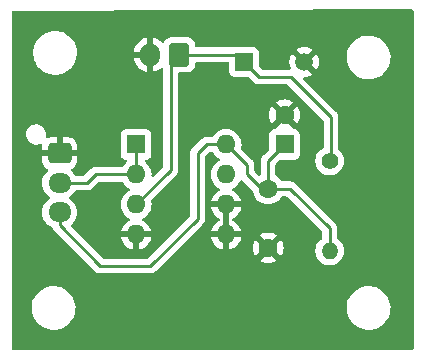
<source format=gbr>
%TF.GenerationSoftware,KiCad,Pcbnew,7.0.9*%
%TF.CreationDate,2023-12-15T09:36:50+01:00*%
%TF.ProjectId,VisibleLight,56697369-626c-4654-9c69-6768742e6b69,1.1*%
%TF.SameCoordinates,Original*%
%TF.FileFunction,Copper,L2,Bot*%
%TF.FilePolarity,Positive*%
%FSLAX46Y46*%
G04 Gerber Fmt 4.6, Leading zero omitted, Abs format (unit mm)*
G04 Created by KiCad (PCBNEW 7.0.9) date 2023-12-15 09:36:50*
%MOMM*%
%LPD*%
G01*
G04 APERTURE LIST*
G04 Aperture macros list*
%AMRoundRect*
0 Rectangle with rounded corners*
0 $1 Rounding radius*
0 $2 $3 $4 $5 $6 $7 $8 $9 X,Y pos of 4 corners*
0 Add a 4 corners polygon primitive as box body*
4,1,4,$2,$3,$4,$5,$6,$7,$8,$9,$2,$3,0*
0 Add four circle primitives for the rounded corners*
1,1,$1+$1,$2,$3*
1,1,$1+$1,$4,$5*
1,1,$1+$1,$6,$7*
1,1,$1+$1,$8,$9*
0 Add four rect primitives between the rounded corners*
20,1,$1+$1,$2,$3,$4,$5,0*
20,1,$1+$1,$4,$5,$6,$7,0*
20,1,$1+$1,$6,$7,$8,$9,0*
20,1,$1+$1,$8,$9,$2,$3,0*%
G04 Aperture macros list end*
%TA.AperFunction,ComponentPad*%
%ADD10RoundRect,0.250000X0.600000X0.750000X-0.600000X0.750000X-0.600000X-0.750000X0.600000X-0.750000X0*%
%TD*%
%TA.AperFunction,ComponentPad*%
%ADD11O,1.700000X2.000000*%
%TD*%
%TA.AperFunction,ComponentPad*%
%ADD12C,1.500000*%
%TD*%
%TA.AperFunction,ComponentPad*%
%ADD13R,1.500000X1.500000*%
%TD*%
%TA.AperFunction,ComponentPad*%
%ADD14R,1.600000X1.600000*%
%TD*%
%TA.AperFunction,ComponentPad*%
%ADD15O,1.600000X1.600000*%
%TD*%
%TA.AperFunction,ComponentPad*%
%ADD16RoundRect,0.250000X-0.725000X0.600000X-0.725000X-0.600000X0.725000X-0.600000X0.725000X0.600000X0*%
%TD*%
%TA.AperFunction,ComponentPad*%
%ADD17O,1.950000X1.700000*%
%TD*%
%TA.AperFunction,ComponentPad*%
%ADD18C,1.600000*%
%TD*%
%TA.AperFunction,ComponentPad*%
%ADD19C,1.400000*%
%TD*%
%TA.AperFunction,ComponentPad*%
%ADD20O,1.400000X1.400000*%
%TD*%
%TA.AperFunction,Conductor*%
%ADD21C,0.250000*%
%TD*%
G04 APERTURE END LIST*
D10*
%TO.P,J2,1,Pin_1*%
%TO.N,Net-(J2-Pin_1)*%
X63994500Y-18034000D03*
D11*
%TO.P,J2,2,Pin_2*%
%TO.N,GND*%
X61494500Y-18034000D03*
%TD*%
D12*
%TO.P,D1,A*%
%TO.N,GND*%
X74565500Y-18652000D03*
D13*
%TO.P,D1,C*%
%TO.N,Net-(J2-Pin_1)*%
X69465500Y-18652000D03*
%TD*%
D14*
%TO.P,U1,1,OUTA*%
%TO.N,Net-(J1-Signal)*%
X60331500Y-25637000D03*
D15*
%TO.P,U1,2,-INA*%
X60331500Y-28177000D03*
%TO.P,U1,3,+INA*%
%TO.N,Net-(J2-Pin_1)*%
X60331500Y-30717000D03*
%TO.P,U1,4,V-*%
%TO.N,GND*%
X60331500Y-33257000D03*
%TO.P,U1,5,+INB*%
X67951500Y-33257000D03*
%TO.P,U1,6,-INB*%
X67951500Y-30717000D03*
%TO.P,U1,7,OUTB*%
%TO.N,unconnected-(U1-OUTB-Pad7)*%
X67951500Y-28177000D03*
%TO.P,U1,8,V+*%
%TO.N,+3.3V*%
X67951500Y-25637000D03*
%TD*%
D16*
%TO.P,J1,1,GND*%
%TO.N,GND*%
X53854500Y-26399000D03*
D17*
%TO.P,J1,2,Signal*%
%TO.N,Net-(J1-Signal)*%
X53854500Y-28899000D03*
%TO.P,J1,3,3.3V*%
%TO.N,+3.3V*%
X53854500Y-31399000D03*
%TD*%
D14*
%TO.P,C1,1*%
%TO.N,+3.3V*%
X72904500Y-25637000D03*
D18*
%TO.P,C1,2*%
%TO.N,GND*%
X72904500Y-23137000D03*
%TD*%
%TO.P,C2,1*%
%TO.N,GND*%
X71507500Y-34400000D03*
%TO.P,C2,2*%
%TO.N,+3.3V*%
X71507500Y-29400000D03*
%TD*%
D19*
%TO.P,R1,1*%
%TO.N,Net-(J2-Pin_1)*%
X76714500Y-27034000D03*
D20*
%TO.P,R1,2*%
%TO.N,+3.3V*%
X76714500Y-34654000D03*
%TD*%
D21*
%TO.N,+3.3V*%
X70952500Y-29400000D02*
X71507500Y-29400000D01*
X71507500Y-27034000D02*
X72904500Y-25637000D01*
X57283500Y-35924000D02*
X61538000Y-35924000D01*
X69729500Y-27415000D02*
X69729500Y-28177000D01*
X71507500Y-29400000D02*
X71507500Y-27034000D01*
X67951500Y-25637000D02*
X69729500Y-27415000D01*
X53854500Y-31399000D02*
X53854500Y-32495000D01*
X65538500Y-31923500D02*
X65538500Y-26399000D01*
X53854500Y-32495000D02*
X57283500Y-35924000D01*
X76714500Y-32749000D02*
X76714500Y-34908000D01*
X69729500Y-28177000D02*
X70952500Y-29400000D01*
X66300500Y-25637000D02*
X67951500Y-25637000D01*
X65538500Y-26399000D02*
X66300500Y-25637000D01*
X61538000Y-35924000D02*
X65538500Y-31923500D01*
X71507500Y-29400000D02*
X73365500Y-29400000D01*
X73365500Y-29400000D02*
X76714500Y-32749000D01*
%TO.N,Net-(J2-Pin_1)*%
X63252500Y-27796000D02*
X60331500Y-30717000D01*
X76841500Y-23351000D02*
X73412500Y-19922000D01*
X63994500Y-18034000D02*
X63252500Y-18776000D01*
X63252500Y-18776000D02*
X63252500Y-27796000D01*
X70735500Y-19922000D02*
X69465500Y-18652000D01*
X68847500Y-18034000D02*
X63994500Y-18034000D01*
X76714500Y-27034000D02*
X76841500Y-26907000D01*
X76841500Y-26907000D02*
X76841500Y-23351000D01*
X73412500Y-19922000D02*
X70735500Y-19922000D01*
X69465500Y-18652000D02*
X68847500Y-18034000D01*
%TO.N,Net-(J1-Signal)*%
X60331500Y-28177000D02*
X60331500Y-25637000D01*
X56180500Y-28899000D02*
X56902500Y-28177000D01*
X53854500Y-28899000D02*
X56180500Y-28899000D01*
X56902500Y-28177000D02*
X60331500Y-28177000D01*
%TD*%
%TA.AperFunction,Conductor*%
%TO.N,GND*%
G36*
X68201500Y-32941314D02*
G01*
X68189545Y-32929359D01*
X68076648Y-32871835D01*
X67982981Y-32857000D01*
X67920019Y-32857000D01*
X67826352Y-32871835D01*
X67713455Y-32929359D01*
X67701500Y-32941314D01*
X67701500Y-31032686D01*
X67713455Y-31044641D01*
X67826352Y-31102165D01*
X67920019Y-31117000D01*
X67982981Y-31117000D01*
X68076648Y-31102165D01*
X68189545Y-31044641D01*
X68201500Y-31032686D01*
X68201500Y-32941314D01*
G37*
%TD.AperFunction*%
%TA.AperFunction,Conductor*%
G36*
X83768653Y-14227837D02*
G01*
X83814603Y-14280471D01*
X83826000Y-14332400D01*
X83826000Y-42911500D01*
X83806315Y-42978539D01*
X83753511Y-43024294D01*
X83702000Y-43035500D01*
X49915000Y-43035500D01*
X49847961Y-43015815D01*
X49802206Y-42963011D01*
X49791000Y-42911500D01*
X49791000Y-39547763D01*
X51492287Y-39547763D01*
X51521913Y-39817013D01*
X51521915Y-39817024D01*
X51590426Y-40079082D01*
X51590428Y-40079088D01*
X51696370Y-40328390D01*
X51768498Y-40446575D01*
X51837479Y-40559605D01*
X51837486Y-40559615D01*
X52010753Y-40767819D01*
X52010759Y-40767824D01*
X52212498Y-40948582D01*
X52438410Y-41098044D01*
X52683676Y-41213020D01*
X52683683Y-41213022D01*
X52683685Y-41213023D01*
X52943057Y-41291057D01*
X52943064Y-41291058D01*
X52943069Y-41291060D01*
X53211061Y-41330500D01*
X53211066Y-41330500D01*
X53414136Y-41330500D01*
X53465633Y-41326730D01*
X53616656Y-41315677D01*
X53729258Y-41290593D01*
X53881046Y-41256782D01*
X53881048Y-41256781D01*
X53881053Y-41256780D01*
X54134058Y-41160014D01*
X54370277Y-41027441D01*
X54584677Y-40861888D01*
X54772686Y-40666881D01*
X54930299Y-40446579D01*
X55004287Y-40302669D01*
X55054149Y-40205690D01*
X55054151Y-40205684D01*
X55054156Y-40205675D01*
X55141618Y-39949305D01*
X55190819Y-39682933D01*
X55195759Y-39547763D01*
X78162287Y-39547763D01*
X78191913Y-39817013D01*
X78191915Y-39817024D01*
X78260426Y-40079082D01*
X78260428Y-40079088D01*
X78366370Y-40328390D01*
X78438498Y-40446575D01*
X78507479Y-40559605D01*
X78507486Y-40559615D01*
X78680753Y-40767819D01*
X78680759Y-40767824D01*
X78882498Y-40948582D01*
X79108410Y-41098044D01*
X79353676Y-41213020D01*
X79353683Y-41213022D01*
X79353685Y-41213023D01*
X79613057Y-41291057D01*
X79613064Y-41291058D01*
X79613069Y-41291060D01*
X79881061Y-41330500D01*
X79881066Y-41330500D01*
X80084136Y-41330500D01*
X80135633Y-41326730D01*
X80286656Y-41315677D01*
X80399258Y-41290593D01*
X80551046Y-41256782D01*
X80551048Y-41256781D01*
X80551053Y-41256780D01*
X80804058Y-41160014D01*
X81040277Y-41027441D01*
X81254677Y-40861888D01*
X81442686Y-40666881D01*
X81600299Y-40446579D01*
X81674287Y-40302669D01*
X81724149Y-40205690D01*
X81724151Y-40205684D01*
X81724156Y-40205675D01*
X81811618Y-39949305D01*
X81860819Y-39682933D01*
X81870712Y-39412235D01*
X81841086Y-39142982D01*
X81772572Y-38880912D01*
X81666630Y-38631610D01*
X81525518Y-38400390D01*
X81436247Y-38293119D01*
X81352246Y-38192180D01*
X81352240Y-38192175D01*
X81150502Y-38011418D01*
X80924592Y-37861957D01*
X80924590Y-37861956D01*
X80679324Y-37746980D01*
X80679319Y-37746978D01*
X80679314Y-37746976D01*
X80419942Y-37668942D01*
X80419928Y-37668939D01*
X80304291Y-37651921D01*
X80151939Y-37629500D01*
X79948869Y-37629500D01*
X79948864Y-37629500D01*
X79746344Y-37644323D01*
X79746331Y-37644325D01*
X79481953Y-37703217D01*
X79481946Y-37703220D01*
X79228939Y-37799987D01*
X78992726Y-37932557D01*
X78778322Y-38098112D01*
X78590322Y-38293109D01*
X78590316Y-38293116D01*
X78432702Y-38513419D01*
X78432699Y-38513424D01*
X78308850Y-38754309D01*
X78308843Y-38754327D01*
X78221384Y-39010685D01*
X78221381Y-39010699D01*
X78172181Y-39277068D01*
X78172180Y-39277075D01*
X78162287Y-39547763D01*
X55195759Y-39547763D01*
X55200712Y-39412235D01*
X55171086Y-39142982D01*
X55102572Y-38880912D01*
X54996630Y-38631610D01*
X54855518Y-38400390D01*
X54766247Y-38293119D01*
X54682246Y-38192180D01*
X54682240Y-38192175D01*
X54480502Y-38011418D01*
X54254592Y-37861957D01*
X54254590Y-37861956D01*
X54009324Y-37746980D01*
X54009319Y-37746978D01*
X54009314Y-37746976D01*
X53749942Y-37668942D01*
X53749928Y-37668939D01*
X53634291Y-37651921D01*
X53481939Y-37629500D01*
X53278869Y-37629500D01*
X53278864Y-37629500D01*
X53076344Y-37644323D01*
X53076331Y-37644325D01*
X52811953Y-37703217D01*
X52811946Y-37703220D01*
X52558939Y-37799987D01*
X52322726Y-37932557D01*
X52108322Y-38098112D01*
X51920322Y-38293109D01*
X51920316Y-38293116D01*
X51762702Y-38513419D01*
X51762699Y-38513424D01*
X51638850Y-38754309D01*
X51638843Y-38754327D01*
X51551384Y-39010685D01*
X51551381Y-39010699D01*
X51502181Y-39277068D01*
X51502180Y-39277075D01*
X51492287Y-39547763D01*
X49791000Y-39547763D01*
X49791000Y-24752685D01*
X51000240Y-24752685D01*
X51010255Y-24937406D01*
X51010255Y-24937411D01*
X51059744Y-25115656D01*
X51059747Y-25115662D01*
X51146398Y-25279102D01*
X51257850Y-25410313D01*
X51266163Y-25420100D01*
X51413436Y-25532054D01*
X51581333Y-25609732D01*
X51581334Y-25609732D01*
X51581336Y-25609733D01*
X51636148Y-25621797D01*
X51762003Y-25649500D01*
X51762006Y-25649500D01*
X51900607Y-25649500D01*
X51900613Y-25649500D01*
X52038410Y-25634514D01*
X52213721Y-25575444D01*
X52213722Y-25575443D01*
X52220092Y-25573297D01*
X52220974Y-25575915D01*
X52277879Y-25567438D01*
X52341582Y-25596139D01*
X52379655Y-25654724D01*
X52384215Y-25702866D01*
X52379500Y-25749011D01*
X52379500Y-26149000D01*
X53450531Y-26149000D01*
X53417981Y-26199649D01*
X53379500Y-26330705D01*
X53379500Y-26467295D01*
X53417981Y-26598351D01*
X53450531Y-26649000D01*
X52379501Y-26649000D01*
X52379501Y-27048986D01*
X52389994Y-27151697D01*
X52445141Y-27318119D01*
X52445143Y-27318124D01*
X52537184Y-27467345D01*
X52661154Y-27591315D01*
X52815984Y-27686815D01*
X52862708Y-27738763D01*
X52873931Y-27807726D01*
X52846087Y-27871808D01*
X52838569Y-27880035D01*
X52691001Y-28027603D01*
X52691001Y-28027604D01*
X52555467Y-28221165D01*
X52555465Y-28221169D01*
X52455598Y-28435335D01*
X52455594Y-28435344D01*
X52394438Y-28663586D01*
X52394436Y-28663596D01*
X52373841Y-28898999D01*
X52373841Y-28899000D01*
X52394436Y-29134403D01*
X52394438Y-29134413D01*
X52455594Y-29362655D01*
X52455596Y-29362659D01*
X52455597Y-29362663D01*
X52484245Y-29424098D01*
X52555464Y-29576828D01*
X52555465Y-29576830D01*
X52691005Y-29770402D01*
X52858097Y-29937494D01*
X53015095Y-30047425D01*
X53058720Y-30102002D01*
X53065914Y-30171500D01*
X53034391Y-30233855D01*
X53015095Y-30250575D01*
X52858097Y-30360505D01*
X52691006Y-30527597D01*
X52691001Y-30527604D01*
X52555467Y-30721165D01*
X52555465Y-30721169D01*
X52455598Y-30935335D01*
X52455594Y-30935344D01*
X52394438Y-31163586D01*
X52394436Y-31163596D01*
X52373841Y-31398999D01*
X52373841Y-31399000D01*
X52394436Y-31634403D01*
X52394438Y-31634413D01*
X52455594Y-31862655D01*
X52455596Y-31862659D01*
X52455597Y-31862663D01*
X52482831Y-31921065D01*
X52555464Y-32076828D01*
X52555465Y-32076830D01*
X52691005Y-32270402D01*
X52858096Y-32437493D01*
X52858099Y-32437495D01*
X53051671Y-32573035D01*
X53202117Y-32643189D01*
X53254556Y-32689361D01*
X53268788Y-32720975D01*
X53275880Y-32745388D01*
X53286080Y-32762634D01*
X53294636Y-32780100D01*
X53302014Y-32798732D01*
X53308989Y-32808333D01*
X53329398Y-32836423D01*
X53332606Y-32841307D01*
X53356327Y-32881416D01*
X53356333Y-32881424D01*
X53370490Y-32895580D01*
X53383128Y-32910376D01*
X53394905Y-32926586D01*
X53394906Y-32926587D01*
X53430809Y-32956288D01*
X53435120Y-32960210D01*
X55953934Y-35479025D01*
X56782697Y-36307788D01*
X56792522Y-36320051D01*
X56792743Y-36319869D01*
X56797714Y-36325878D01*
X56818543Y-36345437D01*
X56848135Y-36373226D01*
X56869029Y-36394120D01*
X56874511Y-36398373D01*
X56878943Y-36402157D01*
X56912918Y-36434062D01*
X56930476Y-36443714D01*
X56946735Y-36454395D01*
X56962564Y-36466673D01*
X57005338Y-36485182D01*
X57010556Y-36487738D01*
X57051408Y-36510197D01*
X57070816Y-36515180D01*
X57089217Y-36521480D01*
X57107604Y-36529437D01*
X57150988Y-36536308D01*
X57153619Y-36536725D01*
X57159339Y-36537909D01*
X57204481Y-36549500D01*
X57224516Y-36549500D01*
X57243914Y-36551026D01*
X57263694Y-36554159D01*
X57263695Y-36554160D01*
X57263695Y-36554159D01*
X57263696Y-36554160D01*
X57310084Y-36549775D01*
X57315922Y-36549500D01*
X61455257Y-36549500D01*
X61470877Y-36551224D01*
X61470904Y-36550939D01*
X61478660Y-36551671D01*
X61478667Y-36551673D01*
X61547814Y-36549500D01*
X61577350Y-36549500D01*
X61584228Y-36548630D01*
X61590041Y-36548172D01*
X61636627Y-36546709D01*
X61655869Y-36541117D01*
X61674912Y-36537174D01*
X61694792Y-36534664D01*
X61738122Y-36517507D01*
X61743646Y-36515617D01*
X61747396Y-36514527D01*
X61788390Y-36502618D01*
X61805629Y-36492422D01*
X61823103Y-36483862D01*
X61841727Y-36476488D01*
X61841727Y-36476487D01*
X61841732Y-36476486D01*
X61879449Y-36449082D01*
X61884305Y-36445892D01*
X61924420Y-36422170D01*
X61938589Y-36407999D01*
X61953379Y-36395368D01*
X61969587Y-36383594D01*
X61999299Y-36347676D01*
X62003212Y-36343376D01*
X65922288Y-32424301D01*
X65934542Y-32414486D01*
X65934359Y-32414264D01*
X65940366Y-32409292D01*
X65940377Y-32409286D01*
X65984235Y-32362582D01*
X65987727Y-32358864D01*
X65998171Y-32348418D01*
X66008620Y-32337971D01*
X66012879Y-32332478D01*
X66016652Y-32328061D01*
X66048562Y-32294082D01*
X66058213Y-32276524D01*
X66068896Y-32260261D01*
X66081173Y-32244436D01*
X66099685Y-32201653D01*
X66102238Y-32196441D01*
X66124697Y-32155592D01*
X66129680Y-32136180D01*
X66135981Y-32117780D01*
X66143937Y-32099396D01*
X66151229Y-32053352D01*
X66152406Y-32047671D01*
X66164000Y-32002519D01*
X66164000Y-31982483D01*
X66165527Y-31963082D01*
X66168660Y-31943304D01*
X66164275Y-31896915D01*
X66164000Y-31891077D01*
X66164000Y-26709452D01*
X66183685Y-26642413D01*
X66200319Y-26621771D01*
X66523271Y-26298819D01*
X66584594Y-26265334D01*
X66610952Y-26262500D01*
X66737312Y-26262500D01*
X66804351Y-26282185D01*
X66838887Y-26315377D01*
X66951454Y-26476141D01*
X67112358Y-26637045D01*
X67129432Y-26649000D01*
X67298766Y-26767568D01*
X67356775Y-26794618D01*
X67409214Y-26840791D01*
X67428366Y-26907984D01*
X67408150Y-26974865D01*
X67356775Y-27019382D01*
X67298767Y-27046431D01*
X67298765Y-27046432D01*
X67112358Y-27176954D01*
X66951454Y-27337858D01*
X66820932Y-27524265D01*
X66820931Y-27524267D01*
X66724761Y-27730502D01*
X66724758Y-27730511D01*
X66665866Y-27950302D01*
X66665864Y-27950313D01*
X66646032Y-28176998D01*
X66646032Y-28177001D01*
X66665864Y-28403686D01*
X66665866Y-28403697D01*
X66724758Y-28623488D01*
X66724761Y-28623497D01*
X66820931Y-28829732D01*
X66820932Y-28829734D01*
X66951454Y-29016141D01*
X67112358Y-29177045D01*
X67112361Y-29177047D01*
X67298766Y-29307568D01*
X67357365Y-29334893D01*
X67409805Y-29381065D01*
X67428957Y-29448258D01*
X67408742Y-29515139D01*
X67357367Y-29559657D01*
X67299015Y-29586867D01*
X67112679Y-29717342D01*
X66951842Y-29878179D01*
X66821365Y-30064517D01*
X66725234Y-30270673D01*
X66725230Y-30270682D01*
X66672627Y-30466999D01*
X66672628Y-30467000D01*
X67635814Y-30467000D01*
X67623859Y-30478955D01*
X67566335Y-30591852D01*
X67546514Y-30717000D01*
X67566335Y-30842148D01*
X67623859Y-30955045D01*
X67635814Y-30967000D01*
X66672628Y-30967000D01*
X66725230Y-31163317D01*
X66725234Y-31163326D01*
X66821365Y-31369482D01*
X66951842Y-31555820D01*
X67112679Y-31716657D01*
X67299017Y-31847134D01*
X67357957Y-31874618D01*
X67410396Y-31920790D01*
X67429548Y-31987984D01*
X67409332Y-32054865D01*
X67357957Y-32099382D01*
X67299017Y-32126865D01*
X67112679Y-32257342D01*
X66951842Y-32418179D01*
X66821365Y-32604517D01*
X66725234Y-32810673D01*
X66725230Y-32810682D01*
X66672627Y-33006999D01*
X66672628Y-33007000D01*
X67635814Y-33007000D01*
X67623859Y-33018955D01*
X67566335Y-33131852D01*
X67546514Y-33257000D01*
X67566335Y-33382148D01*
X67623859Y-33495045D01*
X67635814Y-33507000D01*
X66672628Y-33507000D01*
X66725230Y-33703317D01*
X66725234Y-33703326D01*
X66821365Y-33909482D01*
X66951842Y-34095820D01*
X67112679Y-34256657D01*
X67299017Y-34387134D01*
X67505173Y-34483265D01*
X67505182Y-34483269D01*
X67701499Y-34535872D01*
X67701500Y-34535871D01*
X67701500Y-33572686D01*
X67713455Y-33584641D01*
X67826352Y-33642165D01*
X67920019Y-33657000D01*
X67982981Y-33657000D01*
X68076648Y-33642165D01*
X68189545Y-33584641D01*
X68201500Y-33572686D01*
X68201500Y-34535872D01*
X68397817Y-34483269D01*
X68397826Y-34483265D01*
X68576386Y-34400002D01*
X70202534Y-34400002D01*
X70222358Y-34626599D01*
X70222360Y-34626610D01*
X70281230Y-34846317D01*
X70281234Y-34846326D01*
X70377365Y-35052481D01*
X70377366Y-35052483D01*
X70428473Y-35125471D01*
X70428474Y-35125472D01*
X71109546Y-34444399D01*
X71122335Y-34525148D01*
X71179859Y-34638045D01*
X71269455Y-34727641D01*
X71382352Y-34785165D01*
X71463099Y-34797953D01*
X70782026Y-35479025D01*
X70782026Y-35479026D01*
X70855012Y-35530131D01*
X70855016Y-35530133D01*
X71061173Y-35626265D01*
X71061182Y-35626269D01*
X71280889Y-35685139D01*
X71280900Y-35685141D01*
X71507498Y-35704966D01*
X71507502Y-35704966D01*
X71734099Y-35685141D01*
X71734110Y-35685139D01*
X71953817Y-35626269D01*
X71953831Y-35626264D01*
X72159978Y-35530136D01*
X72232972Y-35479025D01*
X71551901Y-34797953D01*
X71632648Y-34785165D01*
X71745545Y-34727641D01*
X71835141Y-34638045D01*
X71892665Y-34525148D01*
X71905453Y-34444400D01*
X72586525Y-35125472D01*
X72637636Y-35052478D01*
X72733764Y-34846331D01*
X72733769Y-34846317D01*
X72792639Y-34626610D01*
X72792641Y-34626599D01*
X72812466Y-34400002D01*
X72812466Y-34399997D01*
X72792641Y-34173400D01*
X72792639Y-34173389D01*
X72733769Y-33953682D01*
X72733765Y-33953673D01*
X72637633Y-33747516D01*
X72637631Y-33747512D01*
X72586526Y-33674526D01*
X72586525Y-33674526D01*
X71905453Y-34355598D01*
X71892665Y-34274852D01*
X71835141Y-34161955D01*
X71745545Y-34072359D01*
X71632648Y-34014835D01*
X71551900Y-34002046D01*
X72232972Y-33320974D01*
X72232971Y-33320973D01*
X72159983Y-33269866D01*
X72159981Y-33269865D01*
X71953826Y-33173734D01*
X71953817Y-33173730D01*
X71734110Y-33114860D01*
X71734099Y-33114858D01*
X71507502Y-33095034D01*
X71507498Y-33095034D01*
X71280900Y-33114858D01*
X71280889Y-33114860D01*
X71061182Y-33173730D01*
X71061173Y-33173734D01*
X70855013Y-33269868D01*
X70782027Y-33320972D01*
X70782026Y-33320973D01*
X71463100Y-34002046D01*
X71382352Y-34014835D01*
X71269455Y-34072359D01*
X71179859Y-34161955D01*
X71122335Y-34274852D01*
X71109546Y-34355599D01*
X70428473Y-33674526D01*
X70428472Y-33674527D01*
X70377368Y-33747513D01*
X70281234Y-33953673D01*
X70281230Y-33953682D01*
X70222360Y-34173389D01*
X70222358Y-34173400D01*
X70202534Y-34399997D01*
X70202534Y-34400002D01*
X68576386Y-34400002D01*
X68603982Y-34387134D01*
X68790320Y-34256657D01*
X68951157Y-34095820D01*
X69081634Y-33909482D01*
X69177765Y-33703326D01*
X69177769Y-33703317D01*
X69230372Y-33507000D01*
X68267186Y-33507000D01*
X68279141Y-33495045D01*
X68336665Y-33382148D01*
X68356486Y-33257000D01*
X68336665Y-33131852D01*
X68279141Y-33018955D01*
X68267186Y-33007000D01*
X69230372Y-33007000D01*
X69230372Y-33006999D01*
X69177769Y-32810682D01*
X69177765Y-32810673D01*
X69081634Y-32604517D01*
X68951157Y-32418179D01*
X68790320Y-32257342D01*
X68603981Y-32126865D01*
X68603979Y-32126864D01*
X68545043Y-32099382D01*
X68492603Y-32053210D01*
X68473451Y-31986017D01*
X68493666Y-31919136D01*
X68545043Y-31874618D01*
X68603979Y-31847135D01*
X68603981Y-31847134D01*
X68790320Y-31716657D01*
X68951157Y-31555820D01*
X69081634Y-31369482D01*
X69177765Y-31163326D01*
X69177769Y-31163317D01*
X69230372Y-30967000D01*
X68267186Y-30967000D01*
X68279141Y-30955045D01*
X68336665Y-30842148D01*
X68356486Y-30717000D01*
X68336665Y-30591852D01*
X68279141Y-30478955D01*
X68267186Y-30467000D01*
X69230372Y-30467000D01*
X69230372Y-30466999D01*
X69177769Y-30270682D01*
X69177765Y-30270673D01*
X69081634Y-30064517D01*
X68951157Y-29878179D01*
X68790320Y-29717342D01*
X68603982Y-29586865D01*
X68545633Y-29559657D01*
X68493194Y-29513484D01*
X68474042Y-29446291D01*
X68494258Y-29379410D01*
X68545629Y-29334895D01*
X68604234Y-29307568D01*
X68790639Y-29177047D01*
X68951547Y-29016139D01*
X69082068Y-28829734D01*
X69139386Y-28706813D01*
X69185558Y-28654376D01*
X69252752Y-28635224D01*
X69319633Y-28655440D01*
X69339449Y-28671539D01*
X70182977Y-29515068D01*
X70216462Y-29576391D01*
X70218824Y-29591939D01*
X70221864Y-29626688D01*
X70221866Y-29626697D01*
X70280758Y-29846488D01*
X70280761Y-29846497D01*
X70376931Y-30052732D01*
X70376932Y-30052734D01*
X70507454Y-30239141D01*
X70668358Y-30400045D01*
X70668361Y-30400047D01*
X70854766Y-30530568D01*
X71061004Y-30626739D01*
X71280808Y-30685635D01*
X71442730Y-30699801D01*
X71507498Y-30705468D01*
X71507500Y-30705468D01*
X71507502Y-30705468D01*
X71564173Y-30700509D01*
X71734192Y-30685635D01*
X71953996Y-30626739D01*
X72160234Y-30530568D01*
X72346639Y-30400047D01*
X72507547Y-30239139D01*
X72586417Y-30126500D01*
X72620113Y-30078377D01*
X72674689Y-30034752D01*
X72721688Y-30025500D01*
X73055048Y-30025500D01*
X73122087Y-30045185D01*
X73142729Y-30061819D01*
X76052681Y-32971771D01*
X76086166Y-33033094D01*
X76089000Y-33059452D01*
X76089000Y-33560233D01*
X76069315Y-33627272D01*
X76030278Y-33665660D01*
X75987936Y-33691877D01*
X75823520Y-33841761D01*
X75689443Y-34019308D01*
X75689438Y-34019316D01*
X75590275Y-34218461D01*
X75590269Y-34218476D01*
X75529385Y-34432462D01*
X75529384Y-34432464D01*
X75508857Y-34653999D01*
X75508857Y-34654000D01*
X75529384Y-34875535D01*
X75529385Y-34875537D01*
X75590269Y-35089523D01*
X75590275Y-35089538D01*
X75689438Y-35288683D01*
X75689443Y-35288691D01*
X75823520Y-35466238D01*
X75987937Y-35616123D01*
X75987939Y-35616125D01*
X76177095Y-35733245D01*
X76177096Y-35733245D01*
X76177099Y-35733247D01*
X76384560Y-35813618D01*
X76603257Y-35854500D01*
X76603259Y-35854500D01*
X76825741Y-35854500D01*
X76825743Y-35854500D01*
X77044440Y-35813618D01*
X77251901Y-35733247D01*
X77441062Y-35616124D01*
X77605481Y-35466236D01*
X77739558Y-35288689D01*
X77752758Y-35262181D01*
X77838724Y-35089538D01*
X77838723Y-35089538D01*
X77838729Y-35089528D01*
X77899615Y-34875536D01*
X77920143Y-34654000D01*
X77899615Y-34432464D01*
X77838729Y-34218472D01*
X77816286Y-34173400D01*
X77739561Y-34019316D01*
X77739556Y-34019308D01*
X77605479Y-33841761D01*
X77441063Y-33691877D01*
X77441062Y-33691876D01*
X77398722Y-33665660D01*
X77352087Y-33613631D01*
X77340000Y-33560233D01*
X77340000Y-32831737D01*
X77341724Y-32816123D01*
X77341438Y-32816096D01*
X77342172Y-32808333D01*
X77340000Y-32739203D01*
X77340000Y-32709651D01*
X77340000Y-32709650D01*
X77339129Y-32702759D01*
X77338672Y-32696945D01*
X77337209Y-32650372D01*
X77331622Y-32631144D01*
X77327674Y-32612084D01*
X77327390Y-32609833D01*
X77325164Y-32592208D01*
X77308007Y-32548875D01*
X77306119Y-32543359D01*
X77293119Y-32498612D01*
X77282918Y-32481363D01*
X77274360Y-32463894D01*
X77266986Y-32445268D01*
X77266983Y-32445264D01*
X77266983Y-32445263D01*
X77239598Y-32407571D01*
X77236390Y-32402687D01*
X77212672Y-32362582D01*
X77212663Y-32362571D01*
X77198505Y-32348413D01*
X77185870Y-32333620D01*
X77174093Y-32317412D01*
X77138193Y-32287713D01*
X77133881Y-32283790D01*
X73866303Y-29016212D01*
X73856480Y-29003950D01*
X73856259Y-29004134D01*
X73851286Y-28998123D01*
X73800864Y-28950773D01*
X73790419Y-28940328D01*
X73779975Y-28929883D01*
X73774486Y-28925625D01*
X73770061Y-28921847D01*
X73736082Y-28889938D01*
X73736080Y-28889936D01*
X73736077Y-28889935D01*
X73718529Y-28880288D01*
X73702263Y-28869604D01*
X73686433Y-28857325D01*
X73643668Y-28838818D01*
X73638422Y-28836248D01*
X73597593Y-28813803D01*
X73597592Y-28813802D01*
X73578193Y-28808822D01*
X73559781Y-28802518D01*
X73541398Y-28794562D01*
X73541392Y-28794560D01*
X73495374Y-28787272D01*
X73489652Y-28786087D01*
X73444521Y-28774500D01*
X73444519Y-28774500D01*
X73424484Y-28774500D01*
X73405086Y-28772973D01*
X73397662Y-28771797D01*
X73385305Y-28769840D01*
X73385304Y-28769840D01*
X73338916Y-28774225D01*
X73333078Y-28774500D01*
X72721688Y-28774500D01*
X72654649Y-28754815D01*
X72620113Y-28721623D01*
X72507545Y-28560858D01*
X72346640Y-28399953D01*
X72185877Y-28287386D01*
X72142252Y-28232809D01*
X72133000Y-28185811D01*
X72133000Y-27344451D01*
X72152685Y-27277412D01*
X72169315Y-27256774D01*
X72452271Y-26973817D01*
X72513594Y-26940333D01*
X72539952Y-26937499D01*
X73752371Y-26937499D01*
X73752372Y-26937499D01*
X73811983Y-26931091D01*
X73946831Y-26880796D01*
X74062046Y-26794546D01*
X74148296Y-26679331D01*
X74198591Y-26544483D01*
X74205000Y-26484873D01*
X74204999Y-24789128D01*
X74198591Y-24729517D01*
X74164067Y-24636954D01*
X74148297Y-24594671D01*
X74148293Y-24594664D01*
X74062047Y-24479455D01*
X74062044Y-24479452D01*
X73946835Y-24393206D01*
X73946828Y-24393202D01*
X73811982Y-24342908D01*
X73811983Y-24342908D01*
X73752383Y-24336501D01*
X73752381Y-24336500D01*
X73752373Y-24336500D01*
X73752364Y-24336500D01*
X73749048Y-24336322D01*
X73749127Y-24334847D01*
X73687715Y-24316815D01*
X73641960Y-24264011D01*
X73634469Y-24220522D01*
X72948901Y-23534953D01*
X73029648Y-23522165D01*
X73142545Y-23464641D01*
X73232141Y-23375045D01*
X73289665Y-23262148D01*
X73302453Y-23181400D01*
X73983525Y-23862472D01*
X74034636Y-23789478D01*
X74130764Y-23583331D01*
X74130769Y-23583317D01*
X74189639Y-23363610D01*
X74189641Y-23363599D01*
X74209466Y-23137002D01*
X74209466Y-23136997D01*
X74189641Y-22910400D01*
X74189639Y-22910389D01*
X74130769Y-22690682D01*
X74130765Y-22690673D01*
X74034633Y-22484516D01*
X74034631Y-22484512D01*
X73983526Y-22411526D01*
X73983525Y-22411526D01*
X73302453Y-23092598D01*
X73289665Y-23011852D01*
X73232141Y-22898955D01*
X73142545Y-22809359D01*
X73029648Y-22751835D01*
X72948900Y-22739046D01*
X73629972Y-22057974D01*
X73629971Y-22057973D01*
X73556983Y-22006866D01*
X73556981Y-22006865D01*
X73350826Y-21910734D01*
X73350817Y-21910730D01*
X73131110Y-21851860D01*
X73131099Y-21851858D01*
X72904502Y-21832034D01*
X72904498Y-21832034D01*
X72677900Y-21851858D01*
X72677889Y-21851860D01*
X72458182Y-21910730D01*
X72458173Y-21910734D01*
X72252013Y-22006868D01*
X72179027Y-22057972D01*
X72179026Y-22057973D01*
X72860100Y-22739046D01*
X72779352Y-22751835D01*
X72666455Y-22809359D01*
X72576859Y-22898955D01*
X72519335Y-23011852D01*
X72506546Y-23092599D01*
X71825473Y-22411526D01*
X71825472Y-22411527D01*
X71774368Y-22484513D01*
X71678234Y-22690673D01*
X71678230Y-22690682D01*
X71619360Y-22910389D01*
X71619358Y-22910400D01*
X71599534Y-23136997D01*
X71599534Y-23137002D01*
X71619358Y-23363599D01*
X71619360Y-23363610D01*
X71678230Y-23583317D01*
X71678234Y-23583326D01*
X71774365Y-23789481D01*
X71774366Y-23789483D01*
X71825473Y-23862471D01*
X71825474Y-23862472D01*
X72506546Y-23181399D01*
X72519335Y-23262148D01*
X72576859Y-23375045D01*
X72666455Y-23464641D01*
X72779352Y-23522165D01*
X72860099Y-23534953D01*
X72173851Y-24221200D01*
X72164005Y-24270194D01*
X72115389Y-24320376D01*
X72059867Y-24335048D01*
X72059923Y-24336099D01*
X72059929Y-24336146D01*
X72059926Y-24336146D01*
X72059936Y-24336324D01*
X72056623Y-24336501D01*
X71997016Y-24342908D01*
X71862171Y-24393202D01*
X71862164Y-24393206D01*
X71746955Y-24479452D01*
X71746952Y-24479455D01*
X71660706Y-24594664D01*
X71660702Y-24594671D01*
X71610408Y-24729517D01*
X71604001Y-24789116D01*
X71604001Y-24789123D01*
X71604000Y-24789135D01*
X71604000Y-26001546D01*
X71584315Y-26068585D01*
X71567681Y-26089227D01*
X71123708Y-26533199D01*
X71111451Y-26543020D01*
X71111634Y-26543241D01*
X71105623Y-26548213D01*
X71058272Y-26598636D01*
X71037389Y-26619519D01*
X71037377Y-26619532D01*
X71033121Y-26625017D01*
X71029337Y-26629447D01*
X70997437Y-26663418D01*
X70997436Y-26663420D01*
X70987784Y-26680976D01*
X70977110Y-26697226D01*
X70964829Y-26713061D01*
X70964824Y-26713068D01*
X70946315Y-26755838D01*
X70943745Y-26761084D01*
X70921303Y-26801906D01*
X70916322Y-26821307D01*
X70910021Y-26839710D01*
X70902062Y-26858102D01*
X70902061Y-26858105D01*
X70894771Y-26904127D01*
X70893587Y-26909846D01*
X70882001Y-26954972D01*
X70882000Y-26954982D01*
X70882000Y-26975016D01*
X70880473Y-26994415D01*
X70877340Y-27014194D01*
X70877340Y-27014195D01*
X70881725Y-27060583D01*
X70882000Y-27066421D01*
X70882000Y-28145547D01*
X70862315Y-28212586D01*
X70809511Y-28258341D01*
X70740353Y-28268285D01*
X70676797Y-28239260D01*
X70670319Y-28233228D01*
X70391319Y-27954228D01*
X70357834Y-27892905D01*
X70355000Y-27866547D01*
X70355000Y-27497742D01*
X70356724Y-27482122D01*
X70356439Y-27482095D01*
X70357173Y-27474333D01*
X70355000Y-27405172D01*
X70355000Y-27375656D01*
X70355000Y-27375650D01*
X70354131Y-27368779D01*
X70353673Y-27362952D01*
X70353092Y-27344451D01*
X70352210Y-27316373D01*
X70346619Y-27297130D01*
X70342673Y-27278078D01*
X70340164Y-27258208D01*
X70323004Y-27214867D01*
X70321124Y-27209379D01*
X70308118Y-27164610D01*
X70297922Y-27147370D01*
X70289361Y-27129894D01*
X70281987Y-27111270D01*
X70277540Y-27105149D01*
X70254579Y-27073545D01*
X70251388Y-27068686D01*
X70248316Y-27063492D01*
X70227670Y-27028580D01*
X70227668Y-27028578D01*
X70227665Y-27028574D01*
X70213506Y-27014415D01*
X70200868Y-26999619D01*
X70190082Y-26984773D01*
X70189094Y-26983413D01*
X70178761Y-26974865D01*
X70153188Y-26953709D01*
X70148876Y-26949786D01*
X69250913Y-26051822D01*
X69217428Y-25990499D01*
X69218819Y-25932048D01*
X69220975Y-25924000D01*
X69237135Y-25863692D01*
X69255874Y-25649500D01*
X69256968Y-25637001D01*
X69256968Y-25636998D01*
X69243221Y-25479875D01*
X69237135Y-25410308D01*
X69178239Y-25190504D01*
X69082068Y-24984266D01*
X68951547Y-24797861D01*
X68951545Y-24797858D01*
X68790641Y-24636954D01*
X68604234Y-24506432D01*
X68604232Y-24506431D01*
X68397997Y-24410261D01*
X68397988Y-24410258D01*
X68178197Y-24351366D01*
X68178193Y-24351365D01*
X68178192Y-24351365D01*
X68178191Y-24351364D01*
X68178186Y-24351364D01*
X67951502Y-24331532D01*
X67951498Y-24331532D01*
X67724813Y-24351364D01*
X67724802Y-24351366D01*
X67505011Y-24410258D01*
X67505002Y-24410261D01*
X67298767Y-24506431D01*
X67298765Y-24506432D01*
X67112358Y-24636954D01*
X66951454Y-24797858D01*
X66838887Y-24958623D01*
X66784311Y-25002248D01*
X66737312Y-25011500D01*
X66383243Y-25011500D01*
X66367622Y-25009775D01*
X66367595Y-25010061D01*
X66359833Y-25009326D01*
X66290672Y-25011500D01*
X66261149Y-25011500D01*
X66254278Y-25012367D01*
X66248459Y-25012825D01*
X66201874Y-25014289D01*
X66201868Y-25014290D01*
X66182626Y-25019880D01*
X66163587Y-25023823D01*
X66143717Y-25026334D01*
X66143703Y-25026337D01*
X66100383Y-25043488D01*
X66094858Y-25045380D01*
X66050113Y-25058380D01*
X66050110Y-25058381D01*
X66032866Y-25068579D01*
X66015405Y-25077133D01*
X65996774Y-25084510D01*
X65996762Y-25084517D01*
X65959070Y-25111902D01*
X65954187Y-25115109D01*
X65914080Y-25138829D01*
X65899914Y-25152995D01*
X65885124Y-25165627D01*
X65868914Y-25177404D01*
X65868911Y-25177407D01*
X65839210Y-25213309D01*
X65835277Y-25217631D01*
X65154708Y-25898199D01*
X65142451Y-25908020D01*
X65142634Y-25908241D01*
X65136623Y-25913213D01*
X65089272Y-25963636D01*
X65068389Y-25984519D01*
X65068377Y-25984532D01*
X65064121Y-25990017D01*
X65060337Y-25994447D01*
X65028437Y-26028418D01*
X65028436Y-26028420D01*
X65018784Y-26045976D01*
X65008110Y-26062226D01*
X64995829Y-26078061D01*
X64995824Y-26078068D01*
X64977315Y-26120838D01*
X64974745Y-26126084D01*
X64952303Y-26166906D01*
X64947322Y-26186307D01*
X64941021Y-26204710D01*
X64933062Y-26223102D01*
X64933061Y-26223105D01*
X64925771Y-26269127D01*
X64924587Y-26274846D01*
X64913001Y-26319972D01*
X64913000Y-26319982D01*
X64913000Y-26340016D01*
X64911473Y-26359413D01*
X64908340Y-26379196D01*
X64910242Y-26399316D01*
X64912725Y-26425583D01*
X64913000Y-26431421D01*
X64913000Y-31613047D01*
X64893315Y-31680086D01*
X64876681Y-31700728D01*
X61315228Y-35262181D01*
X61253905Y-35295666D01*
X61227547Y-35298500D01*
X57593953Y-35298500D01*
X57526914Y-35278815D01*
X57506272Y-35262181D01*
X54853924Y-32609833D01*
X54820439Y-32548510D01*
X54825423Y-32478818D01*
X54853920Y-32434475D01*
X55017995Y-32270401D01*
X55153535Y-32076830D01*
X55253403Y-31862663D01*
X55314563Y-31634408D01*
X55335159Y-31399000D01*
X55332598Y-31369734D01*
X55314563Y-31163596D01*
X55314563Y-31163592D01*
X55253403Y-30935337D01*
X55153535Y-30721171D01*
X55153534Y-30721169D01*
X55017994Y-30527597D01*
X54850903Y-30360506D01*
X54788769Y-30317000D01*
X54693901Y-30250573D01*
X54650278Y-30195999D01*
X54643084Y-30126500D01*
X54674606Y-30064145D01*
X54693898Y-30047428D01*
X54850901Y-29937495D01*
X55017995Y-29770401D01*
X55153152Y-29577377D01*
X55207729Y-29533752D01*
X55254727Y-29524500D01*
X56097757Y-29524500D01*
X56113377Y-29526224D01*
X56113404Y-29525939D01*
X56121160Y-29526671D01*
X56121167Y-29526673D01*
X56190314Y-29524500D01*
X56219850Y-29524500D01*
X56226728Y-29523630D01*
X56232541Y-29523172D01*
X56279127Y-29521709D01*
X56298369Y-29516117D01*
X56317412Y-29512174D01*
X56337292Y-29509664D01*
X56380622Y-29492507D01*
X56386146Y-29490617D01*
X56389896Y-29489527D01*
X56430890Y-29477618D01*
X56448129Y-29467422D01*
X56465603Y-29458862D01*
X56484227Y-29451488D01*
X56484227Y-29451487D01*
X56484232Y-29451486D01*
X56521949Y-29424082D01*
X56526805Y-29420892D01*
X56566920Y-29397170D01*
X56581089Y-29382999D01*
X56595879Y-29370368D01*
X56612087Y-29358594D01*
X56641799Y-29322676D01*
X56645712Y-29318376D01*
X57125273Y-28838816D01*
X57186595Y-28805334D01*
X57212953Y-28802500D01*
X59117312Y-28802500D01*
X59184351Y-28822185D01*
X59218887Y-28855377D01*
X59331454Y-29016141D01*
X59492358Y-29177045D01*
X59492361Y-29177047D01*
X59678766Y-29307568D01*
X59736775Y-29334618D01*
X59789214Y-29380791D01*
X59808366Y-29447984D01*
X59788150Y-29514865D01*
X59736775Y-29559382D01*
X59678767Y-29586431D01*
X59678765Y-29586432D01*
X59492358Y-29716954D01*
X59331454Y-29877858D01*
X59200932Y-30064265D01*
X59200931Y-30064267D01*
X59104761Y-30270502D01*
X59104758Y-30270511D01*
X59045866Y-30490302D01*
X59045864Y-30490313D01*
X59026032Y-30716998D01*
X59026032Y-30717001D01*
X59045864Y-30943686D01*
X59045866Y-30943697D01*
X59104758Y-31163488D01*
X59104761Y-31163497D01*
X59200931Y-31369732D01*
X59200932Y-31369734D01*
X59331454Y-31556141D01*
X59492358Y-31717045D01*
X59492361Y-31717047D01*
X59678766Y-31847568D01*
X59737365Y-31874893D01*
X59789805Y-31921065D01*
X59808957Y-31988258D01*
X59788742Y-32055139D01*
X59737367Y-32099657D01*
X59679015Y-32126867D01*
X59492679Y-32257342D01*
X59331842Y-32418179D01*
X59201365Y-32604517D01*
X59105234Y-32810673D01*
X59105230Y-32810682D01*
X59052627Y-33006999D01*
X59052628Y-33007000D01*
X60015814Y-33007000D01*
X60003859Y-33018955D01*
X59946335Y-33131852D01*
X59926514Y-33257000D01*
X59946335Y-33382148D01*
X60003859Y-33495045D01*
X60015814Y-33507000D01*
X59052628Y-33507000D01*
X59105230Y-33703317D01*
X59105234Y-33703326D01*
X59201365Y-33909482D01*
X59331842Y-34095820D01*
X59492679Y-34256657D01*
X59679017Y-34387134D01*
X59885173Y-34483265D01*
X59885182Y-34483269D01*
X60081499Y-34535872D01*
X60081500Y-34535871D01*
X60081500Y-33572686D01*
X60093455Y-33584641D01*
X60206352Y-33642165D01*
X60300019Y-33657000D01*
X60362981Y-33657000D01*
X60456648Y-33642165D01*
X60569545Y-33584641D01*
X60581500Y-33572686D01*
X60581500Y-34535872D01*
X60777817Y-34483269D01*
X60777826Y-34483265D01*
X60983982Y-34387134D01*
X61170320Y-34256657D01*
X61331157Y-34095820D01*
X61461634Y-33909482D01*
X61557765Y-33703326D01*
X61557769Y-33703317D01*
X61610372Y-33507000D01*
X60647186Y-33507000D01*
X60659141Y-33495045D01*
X60716665Y-33382148D01*
X60736486Y-33257000D01*
X60716665Y-33131852D01*
X60659141Y-33018955D01*
X60647186Y-33007000D01*
X61610372Y-33007000D01*
X61610372Y-33006999D01*
X61557769Y-32810682D01*
X61557765Y-32810673D01*
X61461634Y-32604517D01*
X61331157Y-32418179D01*
X61170320Y-32257342D01*
X60983982Y-32126865D01*
X60925633Y-32099657D01*
X60873194Y-32053484D01*
X60854042Y-31986291D01*
X60874258Y-31919410D01*
X60925629Y-31874895D01*
X60984234Y-31847568D01*
X61170639Y-31717047D01*
X61331547Y-31556139D01*
X61462068Y-31369734D01*
X61558239Y-31163496D01*
X61617135Y-30943692D01*
X61636968Y-30717000D01*
X61617135Y-30490308D01*
X61598818Y-30421948D01*
X61600481Y-30352103D01*
X61630910Y-30302179D01*
X63636288Y-28296801D01*
X63648542Y-28286986D01*
X63648359Y-28286764D01*
X63654366Y-28281792D01*
X63654377Y-28281786D01*
X63685275Y-28248882D01*
X63701727Y-28231364D01*
X63712171Y-28220918D01*
X63722620Y-28210471D01*
X63726879Y-28204978D01*
X63730652Y-28200561D01*
X63762562Y-28166582D01*
X63772215Y-28149020D01*
X63782889Y-28132770D01*
X63795173Y-28116936D01*
X63813680Y-28074167D01*
X63816249Y-28068924D01*
X63838696Y-28028093D01*
X63838697Y-28028092D01*
X63843677Y-28008691D01*
X63849978Y-27990288D01*
X63857938Y-27971896D01*
X63865230Y-27925849D01*
X63866411Y-27920152D01*
X63873407Y-27892905D01*
X63878000Y-27875019D01*
X63878000Y-27854983D01*
X63879527Y-27835582D01*
X63882660Y-27815804D01*
X63878275Y-27769415D01*
X63878000Y-27763577D01*
X63878000Y-19658499D01*
X63897685Y-19591460D01*
X63950489Y-19545705D01*
X64002000Y-19534499D01*
X64644502Y-19534499D01*
X64644508Y-19534499D01*
X64747297Y-19523999D01*
X64913834Y-19468814D01*
X65063156Y-19376712D01*
X65187212Y-19252656D01*
X65279314Y-19103334D01*
X65334499Y-18936797D01*
X65345000Y-18834009D01*
X65345000Y-18783500D01*
X65364685Y-18716461D01*
X65417489Y-18670706D01*
X65469000Y-18659500D01*
X68091001Y-18659500D01*
X68158040Y-18679185D01*
X68203795Y-18731989D01*
X68215001Y-18783500D01*
X68215001Y-19449876D01*
X68221408Y-19509483D01*
X68271702Y-19644328D01*
X68271706Y-19644335D01*
X68357952Y-19759544D01*
X68357955Y-19759547D01*
X68473164Y-19845793D01*
X68473171Y-19845797D01*
X68608017Y-19896091D01*
X68608016Y-19896091D01*
X68614944Y-19896835D01*
X68667627Y-19902500D01*
X69780046Y-19902499D01*
X69847085Y-19922184D01*
X69867727Y-19938818D01*
X70234697Y-20305788D01*
X70244522Y-20318051D01*
X70244743Y-20317869D01*
X70249714Y-20323878D01*
X70275717Y-20348295D01*
X70300135Y-20371226D01*
X70321029Y-20392120D01*
X70326511Y-20396373D01*
X70330943Y-20400157D01*
X70364918Y-20432062D01*
X70382476Y-20441714D01*
X70398735Y-20452395D01*
X70414564Y-20464673D01*
X70457338Y-20483182D01*
X70462556Y-20485738D01*
X70503408Y-20508197D01*
X70522816Y-20513180D01*
X70541217Y-20519480D01*
X70559604Y-20527437D01*
X70602988Y-20534308D01*
X70605619Y-20534725D01*
X70611339Y-20535909D01*
X70656481Y-20547500D01*
X70676516Y-20547500D01*
X70695914Y-20549026D01*
X70715694Y-20552159D01*
X70715695Y-20552160D01*
X70715695Y-20552159D01*
X70715696Y-20552160D01*
X70762084Y-20547775D01*
X70767922Y-20547500D01*
X73102048Y-20547500D01*
X73169087Y-20567185D01*
X73189729Y-20583819D01*
X76179681Y-23573771D01*
X76213166Y-23635094D01*
X76216000Y-23661452D01*
X76216000Y-25861598D01*
X76196315Y-25928637D01*
X76157278Y-25967025D01*
X75987936Y-26071877D01*
X75823520Y-26221761D01*
X75689443Y-26399308D01*
X75689438Y-26399316D01*
X75590275Y-26598461D01*
X75590269Y-26598476D01*
X75529385Y-26812462D01*
X75529384Y-26812464D01*
X75508857Y-27033999D01*
X75508857Y-27034000D01*
X75529384Y-27255535D01*
X75529385Y-27255537D01*
X75590269Y-27469523D01*
X75590275Y-27469538D01*
X75689438Y-27668683D01*
X75689443Y-27668691D01*
X75823520Y-27846238D01*
X75987937Y-27996123D01*
X75987939Y-27996125D01*
X76177095Y-28113245D01*
X76177096Y-28113245D01*
X76177099Y-28113247D01*
X76384560Y-28193618D01*
X76603257Y-28234500D01*
X76603259Y-28234500D01*
X76825741Y-28234500D01*
X76825743Y-28234500D01*
X77044440Y-28193618D01*
X77251901Y-28113247D01*
X77441062Y-27996124D01*
X77605481Y-27846236D01*
X77739558Y-27668689D01*
X77838729Y-27469528D01*
X77899615Y-27255536D01*
X77920143Y-27034000D01*
X77918788Y-27019382D01*
X77899615Y-26812464D01*
X77899614Y-26812462D01*
X77896611Y-26801908D01*
X77838729Y-26598472D01*
X77838669Y-26598351D01*
X77739561Y-26399316D01*
X77739556Y-26399308D01*
X77656809Y-26289734D01*
X77605481Y-26221764D01*
X77566587Y-26186307D01*
X77507461Y-26132406D01*
X77471180Y-26072694D01*
X77467000Y-26040769D01*
X77467000Y-23433737D01*
X77468724Y-23418123D01*
X77468438Y-23418096D01*
X77469172Y-23410333D01*
X77467000Y-23341203D01*
X77467000Y-23311651D01*
X77467000Y-23311650D01*
X77466129Y-23304759D01*
X77465672Y-23298945D01*
X77464209Y-23252373D01*
X77458621Y-23233139D01*
X77454674Y-23214081D01*
X77452164Y-23194208D01*
X77435007Y-23150875D01*
X77433114Y-23145346D01*
X77420118Y-23100614D01*
X77420117Y-23100610D01*
X77409920Y-23083368D01*
X77401363Y-23065902D01*
X77393986Y-23047268D01*
X77366583Y-23009550D01*
X77363400Y-23004705D01*
X77339670Y-22964579D01*
X77339665Y-22964573D01*
X77325505Y-22950413D01*
X77312870Y-22935620D01*
X77301093Y-22919412D01*
X77265193Y-22889713D01*
X77260881Y-22885790D01*
X74492717Y-20117626D01*
X74459232Y-20056303D01*
X74464216Y-19986611D01*
X74506088Y-19930678D01*
X74569591Y-19906417D01*
X74783383Y-19887712D01*
X74783394Y-19887710D01*
X74994650Y-19831105D01*
X74994659Y-19831101D01*
X75192887Y-19738666D01*
X75255072Y-19695124D01*
X74698033Y-19138086D01*
X74707815Y-19136680D01*
X74838600Y-19076952D01*
X74947261Y-18982798D01*
X75024993Y-18861844D01*
X75048576Y-18781524D01*
X75608624Y-19341572D01*
X75652166Y-19279387D01*
X75744601Y-19081159D01*
X75744605Y-19081150D01*
X75801210Y-18869894D01*
X75801212Y-18869884D01*
X75820275Y-18652000D01*
X75820275Y-18651999D01*
X75801212Y-18434115D01*
X75801210Y-18434105D01*
X75775664Y-18338763D01*
X78162287Y-18338763D01*
X78191913Y-18608013D01*
X78191915Y-18608024D01*
X78260377Y-18869894D01*
X78260428Y-18870088D01*
X78366370Y-19119390D01*
X78464015Y-19279387D01*
X78507479Y-19350605D01*
X78507486Y-19350615D01*
X78680753Y-19558819D01*
X78680759Y-19558824D01*
X78752410Y-19623023D01*
X78882498Y-19739582D01*
X79108410Y-19889044D01*
X79353676Y-20004020D01*
X79353683Y-20004022D01*
X79353685Y-20004023D01*
X79613057Y-20082057D01*
X79613064Y-20082058D01*
X79613069Y-20082060D01*
X79881061Y-20121500D01*
X79881066Y-20121500D01*
X80084136Y-20121500D01*
X80137061Y-20117626D01*
X80286656Y-20106677D01*
X80399258Y-20081593D01*
X80551046Y-20047782D01*
X80551048Y-20047781D01*
X80551053Y-20047780D01*
X80804058Y-19951014D01*
X81040277Y-19818441D01*
X81254677Y-19652888D01*
X81442686Y-19457881D01*
X81600299Y-19237579D01*
X81694567Y-19054227D01*
X81724149Y-18996690D01*
X81724151Y-18996684D01*
X81724156Y-18996675D01*
X81811618Y-18740305D01*
X81860819Y-18473933D01*
X81870712Y-18203235D01*
X81841086Y-17933982D01*
X81772572Y-17671912D01*
X81666630Y-17422610D01*
X81525518Y-17191390D01*
X81502996Y-17164327D01*
X81352246Y-16983180D01*
X81352240Y-16983175D01*
X81150502Y-16802418D01*
X80924592Y-16652957D01*
X80834172Y-16610570D01*
X80679324Y-16537980D01*
X80679319Y-16537978D01*
X80679314Y-16537976D01*
X80419942Y-16459942D01*
X80419928Y-16459939D01*
X80304291Y-16442921D01*
X80151939Y-16420500D01*
X79948869Y-16420500D01*
X79948864Y-16420500D01*
X79746344Y-16435323D01*
X79746331Y-16435325D01*
X79481953Y-16494217D01*
X79481946Y-16494220D01*
X79228939Y-16590987D01*
X78992726Y-16723557D01*
X78778322Y-16889112D01*
X78590322Y-17084109D01*
X78590316Y-17084116D01*
X78432702Y-17304419D01*
X78432699Y-17304424D01*
X78308850Y-17545309D01*
X78308843Y-17545327D01*
X78221384Y-17801685D01*
X78221382Y-17801695D01*
X78180208Y-18024612D01*
X78172181Y-18068068D01*
X78172180Y-18068075D01*
X78162287Y-18338763D01*
X75775664Y-18338763D01*
X75744605Y-18222849D01*
X75744601Y-18222840D01*
X75652168Y-18024615D01*
X75608623Y-17962428D01*
X75048576Y-18522475D01*
X75024993Y-18442156D01*
X74947261Y-18321202D01*
X74838600Y-18227048D01*
X74707815Y-18167320D01*
X74698034Y-18165913D01*
X75255072Y-17608875D01*
X75255071Y-17608873D01*
X75192891Y-17565335D01*
X74994659Y-17472898D01*
X74994650Y-17472894D01*
X74783394Y-17416289D01*
X74783384Y-17416287D01*
X74565501Y-17397225D01*
X74565499Y-17397225D01*
X74347615Y-17416287D01*
X74347605Y-17416289D01*
X74136349Y-17472894D01*
X74136340Y-17472898D01*
X73938114Y-17565332D01*
X73938112Y-17565333D01*
X73875928Y-17608875D01*
X73875927Y-17608875D01*
X74432966Y-18165913D01*
X74423185Y-18167320D01*
X74292400Y-18227048D01*
X74183739Y-18321202D01*
X74106007Y-18442156D01*
X74082423Y-18522475D01*
X73522375Y-17962427D01*
X73522375Y-17962428D01*
X73478833Y-18024612D01*
X73478832Y-18024614D01*
X73386398Y-18222840D01*
X73386394Y-18222849D01*
X73329789Y-18434105D01*
X73329787Y-18434115D01*
X73310725Y-18651999D01*
X73310725Y-18652000D01*
X73329787Y-18869884D01*
X73329789Y-18869894D01*
X73386394Y-19081150D01*
X73386397Y-19081159D01*
X73404554Y-19120095D01*
X73415046Y-19189172D01*
X73386527Y-19252956D01*
X73328050Y-19291196D01*
X73292172Y-19296500D01*
X71045953Y-19296500D01*
X70978914Y-19276815D01*
X70958272Y-19260181D01*
X70752318Y-19054227D01*
X70718833Y-18992904D01*
X70715999Y-18966546D01*
X70715999Y-17854129D01*
X70715998Y-17854123D01*
X70712570Y-17822235D01*
X70709591Y-17794517D01*
X70705668Y-17784000D01*
X70659297Y-17659671D01*
X70659293Y-17659664D01*
X70573047Y-17544455D01*
X70573044Y-17544452D01*
X70457835Y-17458206D01*
X70457828Y-17458202D01*
X70322982Y-17407908D01*
X70322983Y-17407908D01*
X70263383Y-17401501D01*
X70263381Y-17401500D01*
X70263373Y-17401500D01*
X70263364Y-17401500D01*
X68667629Y-17401500D01*
X68667625Y-17401501D01*
X68633363Y-17405184D01*
X68608017Y-17407909D01*
X68608016Y-17407909D01*
X68605824Y-17408145D01*
X68599193Y-17408500D01*
X65468999Y-17408500D01*
X65401960Y-17388815D01*
X65356205Y-17336011D01*
X65344999Y-17284500D01*
X65344999Y-17233998D01*
X65344998Y-17233981D01*
X65334499Y-17131203D01*
X65334498Y-17131200D01*
X65318896Y-17084116D01*
X65279314Y-16964666D01*
X65187212Y-16815344D01*
X65063156Y-16691288D01*
X64913834Y-16599186D01*
X64747297Y-16544001D01*
X64747295Y-16544000D01*
X64644510Y-16533500D01*
X63344498Y-16533500D01*
X63344481Y-16533501D01*
X63241703Y-16544000D01*
X63241700Y-16544001D01*
X63075168Y-16599185D01*
X63075163Y-16599187D01*
X62925842Y-16691289D01*
X62801788Y-16815343D01*
X62801785Y-16815347D01*
X62706050Y-16970558D01*
X62654102Y-17017283D01*
X62585140Y-17028504D01*
X62521058Y-17000661D01*
X62512831Y-16993143D01*
X62365578Y-16845891D01*
X62172078Y-16710399D01*
X61957992Y-16610570D01*
X61957986Y-16610567D01*
X61744500Y-16553364D01*
X61744500Y-17598498D01*
X61636815Y-17549320D01*
X61530263Y-17534000D01*
X61458737Y-17534000D01*
X61352185Y-17549320D01*
X61244500Y-17598498D01*
X61244500Y-16553364D01*
X61244499Y-16553364D01*
X61031013Y-16610567D01*
X61031007Y-16610570D01*
X60816922Y-16710399D01*
X60816920Y-16710400D01*
X60623426Y-16845886D01*
X60623420Y-16845891D01*
X60456391Y-17012920D01*
X60456386Y-17012926D01*
X60320900Y-17206420D01*
X60320899Y-17206422D01*
X60221070Y-17420507D01*
X60221066Y-17420516D01*
X60159932Y-17648673D01*
X60159930Y-17648684D01*
X60148092Y-17783999D01*
X60148093Y-17784000D01*
X61060814Y-17784000D01*
X61035007Y-17824156D01*
X60994500Y-17962111D01*
X60994500Y-18105889D01*
X61035007Y-18243844D01*
X61060814Y-18284000D01*
X60148092Y-18284000D01*
X60159930Y-18419315D01*
X60159932Y-18419326D01*
X60221066Y-18647483D01*
X60221070Y-18647492D01*
X60320899Y-18861577D01*
X60320900Y-18861579D01*
X60456386Y-19055073D01*
X60456391Y-19055079D01*
X60623417Y-19222105D01*
X60816921Y-19357600D01*
X61031007Y-19457429D01*
X61031016Y-19457433D01*
X61244500Y-19514634D01*
X61244500Y-18469501D01*
X61352185Y-18518680D01*
X61458737Y-18534000D01*
X61530263Y-18534000D01*
X61636815Y-18518680D01*
X61744500Y-18469501D01*
X61744500Y-19514633D01*
X61957983Y-19457433D01*
X61957992Y-19457429D01*
X62172077Y-19357600D01*
X62172079Y-19357599D01*
X62365573Y-19222113D01*
X62365579Y-19222108D01*
X62415319Y-19172369D01*
X62476642Y-19138884D01*
X62546334Y-19143868D01*
X62602267Y-19185740D01*
X62626684Y-19251204D01*
X62627000Y-19260050D01*
X62627000Y-27485547D01*
X62607315Y-27552586D01*
X62590681Y-27573228D01*
X61844318Y-28319590D01*
X61782995Y-28353075D01*
X61713303Y-28348091D01*
X61657370Y-28306219D01*
X61632953Y-28240755D01*
X61633108Y-28221109D01*
X61636968Y-28177000D01*
X61617135Y-27950308D01*
X61558239Y-27730504D01*
X61462068Y-27524266D01*
X61331547Y-27337861D01*
X61331545Y-27337858D01*
X61170643Y-27176956D01*
X61146036Y-27159726D01*
X61102412Y-27105149D01*
X61095219Y-27035650D01*
X61126741Y-26973296D01*
X61186971Y-26937882D01*
X61203904Y-26934861D01*
X61238983Y-26931091D01*
X61373831Y-26880796D01*
X61489046Y-26794546D01*
X61575296Y-26679331D01*
X61625591Y-26544483D01*
X61632000Y-26484873D01*
X61631999Y-24789128D01*
X61625591Y-24729517D01*
X61591067Y-24636954D01*
X61575297Y-24594671D01*
X61575293Y-24594664D01*
X61489047Y-24479455D01*
X61489044Y-24479452D01*
X61373835Y-24393206D01*
X61373828Y-24393202D01*
X61238982Y-24342908D01*
X61238983Y-24342908D01*
X61179383Y-24336501D01*
X61179381Y-24336500D01*
X61179373Y-24336500D01*
X61179364Y-24336500D01*
X59483629Y-24336500D01*
X59483623Y-24336501D01*
X59424016Y-24342908D01*
X59289171Y-24393202D01*
X59289164Y-24393206D01*
X59173955Y-24479452D01*
X59173952Y-24479455D01*
X59087706Y-24594664D01*
X59087702Y-24594671D01*
X59037408Y-24729517D01*
X59031001Y-24789116D01*
X59031001Y-24789123D01*
X59031000Y-24789135D01*
X59031000Y-26484870D01*
X59031001Y-26484876D01*
X59037408Y-26544483D01*
X59087702Y-26679328D01*
X59087706Y-26679335D01*
X59173952Y-26794544D01*
X59173955Y-26794547D01*
X59289164Y-26880793D01*
X59289171Y-26880797D01*
X59334118Y-26897561D01*
X59424017Y-26931091D01*
X59459096Y-26934862D01*
X59523644Y-26961599D01*
X59563493Y-27018991D01*
X59565988Y-27088816D01*
X59530336Y-27148905D01*
X59516964Y-27159725D01*
X59492358Y-27176954D01*
X59331454Y-27337858D01*
X59218887Y-27498623D01*
X59164311Y-27542248D01*
X59117312Y-27551500D01*
X56985237Y-27551500D01*
X56969620Y-27549776D01*
X56969593Y-27550062D01*
X56961831Y-27549327D01*
X56892703Y-27551500D01*
X56863150Y-27551500D01*
X56862429Y-27551590D01*
X56856257Y-27552369D01*
X56850445Y-27552826D01*
X56803873Y-27554290D01*
X56803872Y-27554290D01*
X56784629Y-27559881D01*
X56765579Y-27563825D01*
X56745711Y-27566334D01*
X56745709Y-27566335D01*
X56702384Y-27583488D01*
X56696857Y-27585380D01*
X56652110Y-27598381D01*
X56652109Y-27598382D01*
X56634867Y-27608579D01*
X56617399Y-27617137D01*
X56598769Y-27624513D01*
X56598767Y-27624514D01*
X56561076Y-27651898D01*
X56556194Y-27655105D01*
X56516079Y-27678830D01*
X56501908Y-27693000D01*
X56487123Y-27705628D01*
X56470912Y-27717407D01*
X56441209Y-27753310D01*
X56437276Y-27757631D01*
X56186207Y-28008702D01*
X55957728Y-28237181D01*
X55896405Y-28270666D01*
X55870047Y-28273500D01*
X55254727Y-28273500D01*
X55187688Y-28253815D01*
X55153152Y-28220623D01*
X55017994Y-28027597D01*
X54870432Y-27880035D01*
X54836947Y-27818712D01*
X54841931Y-27749020D01*
X54883803Y-27693087D01*
X54893016Y-27686815D01*
X55047845Y-27591315D01*
X55171815Y-27467345D01*
X55263856Y-27318124D01*
X55263858Y-27318119D01*
X55319005Y-27151697D01*
X55319006Y-27151690D01*
X55329499Y-27048986D01*
X55329500Y-27048973D01*
X55329500Y-26649000D01*
X54258469Y-26649000D01*
X54291019Y-26598351D01*
X54329500Y-26467295D01*
X54329500Y-26330705D01*
X54291019Y-26199649D01*
X54258469Y-26149000D01*
X55329499Y-26149000D01*
X55329499Y-25749028D01*
X55329498Y-25749013D01*
X55319005Y-25646302D01*
X55263858Y-25479880D01*
X55263856Y-25479875D01*
X55171815Y-25330654D01*
X55047845Y-25206684D01*
X54898624Y-25114643D01*
X54898619Y-25114641D01*
X54732197Y-25059494D01*
X54732190Y-25059493D01*
X54629486Y-25049000D01*
X54104500Y-25049000D01*
X54104500Y-25990981D01*
X53989699Y-25938554D01*
X53888475Y-25924000D01*
X53820525Y-25924000D01*
X53719301Y-25938554D01*
X53604500Y-25990981D01*
X53604500Y-25049000D01*
X53079528Y-25049000D01*
X53079512Y-25049001D01*
X52976802Y-25059494D01*
X52850756Y-25101262D01*
X52780928Y-25103664D01*
X52720886Y-25067932D01*
X52689693Y-25005412D01*
X52689386Y-24963495D01*
X52708760Y-24845317D01*
X52708760Y-24845316D01*
X52705714Y-24789135D01*
X52698745Y-24660593D01*
X52692182Y-24636954D01*
X52649255Y-24482343D01*
X52649252Y-24482337D01*
X52562601Y-24318897D01*
X52442837Y-24177900D01*
X52363949Y-24117931D01*
X52295564Y-24065946D01*
X52127667Y-23988268D01*
X52127663Y-23988266D01*
X51946997Y-23948500D01*
X51808387Y-23948500D01*
X51808383Y-23948500D01*
X51670588Y-23963486D01*
X51495276Y-24022557D01*
X51495274Y-24022558D01*
X51336762Y-24117931D01*
X51336761Y-24117932D01*
X51202459Y-24245149D01*
X51098638Y-24398276D01*
X51030169Y-24570122D01*
X51000240Y-24752685D01*
X49791000Y-24752685D01*
X49791000Y-17957763D01*
X51619287Y-17957763D01*
X51648913Y-18227013D01*
X51648915Y-18227024D01*
X51713465Y-18473931D01*
X51717428Y-18489088D01*
X51823370Y-18738390D01*
X51962612Y-18966546D01*
X51964479Y-18969605D01*
X51964486Y-18969615D01*
X52137753Y-19177819D01*
X52137759Y-19177824D01*
X52265009Y-19291840D01*
X52339498Y-19358582D01*
X52565410Y-19508044D01*
X52810676Y-19623020D01*
X52810683Y-19623022D01*
X52810685Y-19623023D01*
X53070057Y-19701057D01*
X53070064Y-19701058D01*
X53070069Y-19701060D01*
X53338061Y-19740500D01*
X53338066Y-19740500D01*
X53541136Y-19740500D01*
X53592633Y-19736730D01*
X53743656Y-19725677D01*
X53880813Y-19695124D01*
X54008046Y-19666782D01*
X54008048Y-19666781D01*
X54008053Y-19666780D01*
X54261058Y-19570014D01*
X54497277Y-19437441D01*
X54711677Y-19271888D01*
X54899686Y-19076881D01*
X55057299Y-18856579D01*
X55139354Y-18696981D01*
X55181149Y-18615690D01*
X55181151Y-18615684D01*
X55181156Y-18615675D01*
X55268618Y-18359305D01*
X55317819Y-18092933D01*
X55327712Y-17822235D01*
X55298086Y-17552982D01*
X55229572Y-17290912D01*
X55123630Y-17041610D01*
X54982518Y-16810390D01*
X54910257Y-16723559D01*
X54809246Y-16602180D01*
X54809240Y-16602175D01*
X54607502Y-16421418D01*
X54381592Y-16271957D01*
X54381590Y-16271956D01*
X54136324Y-16156980D01*
X54136319Y-16156978D01*
X54136314Y-16156976D01*
X53876942Y-16078942D01*
X53876928Y-16078939D01*
X53761291Y-16061921D01*
X53608939Y-16039500D01*
X53405869Y-16039500D01*
X53405864Y-16039500D01*
X53203344Y-16054323D01*
X53203331Y-16054325D01*
X52938953Y-16113217D01*
X52938946Y-16113220D01*
X52685939Y-16209987D01*
X52449726Y-16342557D01*
X52235322Y-16508112D01*
X52047322Y-16703109D01*
X52047316Y-16703116D01*
X51889702Y-16923419D01*
X51889699Y-16923424D01*
X51765850Y-17164309D01*
X51765843Y-17164327D01*
X51678384Y-17420685D01*
X51678381Y-17420699D01*
X51629181Y-17687068D01*
X51629180Y-17687075D01*
X51619287Y-17957763D01*
X49791000Y-17957763D01*
X49791000Y-14457539D01*
X49810685Y-14390500D01*
X49863489Y-14344745D01*
X49914538Y-14333540D01*
X83701547Y-14208402D01*
X83768653Y-14227837D01*
G37*
%TD.AperFunction*%
%TD*%
M02*

</source>
